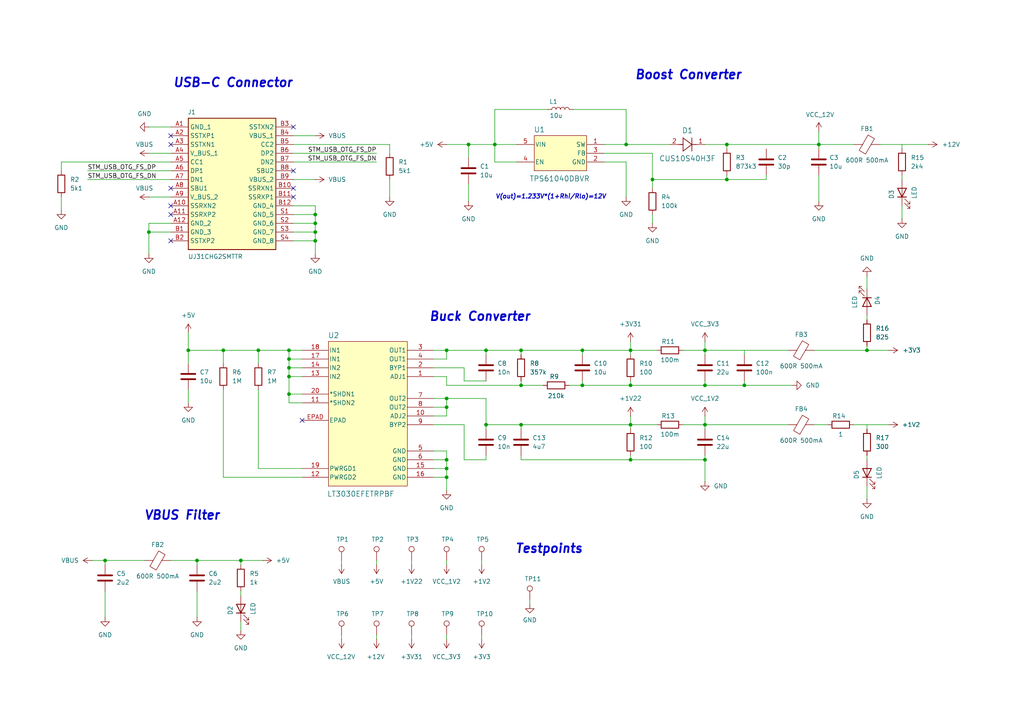
<source format=kicad_sch>
(kicad_sch (version 20250114) (generator "eeschema") (generator_version "9.0")
  (paper "A4")
  (lib_symbols
    (symbol "Connector:TestPoint" (pin_numbers (hide yes)) (pin_names (offset 0.762) (hide yes))
      (property "Reference" "TP" (at 0 6.858 0))
      (property "Value" "TestPoint" (at 0 5.08 0))
      (symbol "TestPoint_0_1"
        (circle (center 0 3.302) (radius 0.762))
      )
      (symbol "TestPoint_1_1"
        (pin passive line (at 0 0 90) (length 2.54) (name "1") (number "1"))
      )
    )
    (symbol "Custom:CUS10S40H3F" (pin_names (offset 0.254))
      (property "Reference" "D" (at 5.08 4.445 0))
      (property "Value" "CUS10S40H3F" (at 5.08 -3.81 0))
      (symbol "CUS10S40H3F_1_1"
        (polyline (pts (xy 2.54 0) (xy 3.4798 0)) (stroke (width 0.2032)))
        (polyline (pts (xy 3.175 0) (xy 3.81 0)) (stroke (width 0.2032)))
        (polyline (pts (xy 3.81 1.905) (xy 3.81 -1.905)) (stroke (width 0.2032)))
        (polyline (pts (xy 3.81 -1.905) (xy 6.35 0)) (stroke (width 0.2032)))
        (polyline (pts (xy 6.35 0) (xy 3.81 1.905)) (stroke (width 0.2032)))
        (polyline (pts (xy 6.35 0) (xy 7.62 0)) (stroke (width 0.2032)))
        (polyline (pts (xy 6.35 -1.905) (xy 6.35 1.905)) (stroke (width 0.2032)))
        (pin unspecified line (at 0 0 0) (length 2.54) (name "") (number "2"))
        (pin unspecified line (at 10.16 0 180) (length 2.54) (name "") (number "1"))
      )
      (symbol "CUS10S40H3F_1_2"
        (polyline (pts (xy -1.905 3.81) (xy 1.905 3.81)) (stroke (width 0.2032)))
        (polyline (pts (xy 0 6.35) (xy -1.905 3.81)) (stroke (width 0.2032)))
        (polyline (pts (xy 0 6.35) (xy 0 7.62)) (stroke (width 0.2032)))
        (polyline (pts (xy 0 3.175) (xy 0 3.81)) (stroke (width 0.2032)))
        (polyline (pts (xy 0 2.54) (xy 0 3.4798)) (stroke (width 0.2032)))
        (polyline (pts (xy 1.905 6.35) (xy -1.905 6.35)) (stroke (width 0.2032)))
        (polyline (pts (xy 1.905 3.81) (xy 0 6.35)) (stroke (width 0.2032)))
        (pin unspecified line (at 0 10.16 270) (length 2.54) (name "") (number "1"))
        (pin unspecified line (at 0 0 90) (length 2.54) (name "") (number "2"))
      )
    )
    (symbol "Custom:LT3030EFETRPBF" (pin_names (offset 0.254))
      (property "Reference" "U" (at 8.89 5.588 0))
      (property "Value" "LT3030EFETRPBF" (at 18.542 -41.656 0))
      (symbol "LT3030EFETRPBF_1_1"
        (rectangle (start 7.62 3.81) (end 30.48 -38.1) (fill (type background)))
        (pin input line (at 0 1.27 0) (length 7.62) (name "IN1") (number "18"))
        (pin input line (at 0 -1.27 0) (length 7.62) (name "IN1") (number "17"))
        (pin input line (at 0 -3.81 0) (length 7.62) (name "IN2") (number "14"))
        (pin input line (at 0 -6.35 0) (length 7.62) (name "IN2") (number "13"))
        (pin output line (at 0 -11.43 0) (length 7.62) (name "*SHDN1") (number "20"))
        (pin output line (at 0 -13.97 0) (length 7.62) (name "*SHDN2") (number "11"))
        (pin unspecified line (at 0 -19.05 0) (length 7.62) (name "EPAD") (number "EPAD"))
        (pin power_in line (at 0 -33.02 0) (length 7.62) (name "PWRGD1") (number "19"))
        (pin power_in line (at 0 -35.56 0) (length 7.62) (name "PWRGD2") (number "12"))
        (pin output line (at 38.1 1.27 180) (length 7.62) (name "OUT1") (number "3"))
        (pin output line (at 38.1 -1.27 180) (length 7.62) (name "OUT1") (number "4"))
        (pin unspecified line (at 38.1 -3.81 180) (length 7.62) (name "BYP1") (number "2"))
        (pin input line (at 38.1 -6.35 180) (length 7.62) (name "ADJ1") (number "1"))
        (pin output line (at 38.1 -12.7 180) (length 7.62) (name "OUT2") (number "7"))
        (pin output line (at 38.1 -15.24 180) (length 7.62) (name "OUT2") (number "8"))
        (pin input line (at 38.1 -17.78 180) (length 7.62) (name "ADJ2") (number "10"))
        (pin unspecified line (at 38.1 -20.32 180) (length 7.62) (name "BYP2") (number "9"))
        (pin power_in line (at 38.1 -27.94 180) (length 7.62) (name "GND") (number "5"))
        (pin power_in line (at 38.1 -30.48 180) (length 7.62) (name "GND") (number "6"))
        (pin power_in line (at 38.1 -33.02 180) (length 7.62) (name "GND") (number "15"))
        (pin power_in line (at 38.1 -35.56 180) (length 7.62) (name "GND") (number "16"))
      )
    )
    (symbol "Custom:TPS61040DBVR" (pin_names (offset 0.254))
      (property "Reference" "U" (at -11.684 16.002 0))
      (property "Value" "TPS61040DBVR" (at -5.08 1.524 0))
      (symbol "TPS61040DBVR_0_1"
        (pin power_in line (at -17.78 11.43 0) (length 5.08) (name "VIN") (number "5"))
        (pin input line (at -17.78 6.35 0) (length 5.08) (name "EN") (number "4"))
        (pin power_in line (at 7.62 11.43 180) (length 5.08) (name "SW") (number "1"))
        (pin input line (at 7.62 8.89 180) (length 5.08) (name "FB") (number "3"))
        (pin power_in line (at 7.62 6.35 180) (length 5.08) (name "GND") (number "2"))
      )
      (symbol "TPS61040DBVR_1_1"
        (rectangle (start -12.7 13.97) (end 2.54 3.81) (fill (type background)))
      )
    )
    (symbol "Custom:UJ31CHG2SMTTR"
      (property "Reference" "J" (at 5.334 5.08 0))
      (property "Value" "UJ31CHG2SMTTR" (at 4.826 -36.83 0))
      (symbol "UJ31CHG2SMTTR_1_1"
        (rectangle (start 5.08 2.54) (end 30.48 -35.56) (stroke (width 0.254)) (fill (type background)))
        (pin passive line (at 0 0 0) (length 5.08) (name "GND_1") (number "A1"))
        (pin passive line (at 0 -2.54 0) (length 5.08) (name "SSTXP1") (number "A2"))
        (pin passive line (at 0 -5.08 0) (length 5.08) (name "SSTXN1") (number "A3"))
        (pin passive line (at 0 -7.62 0) (length 5.08) (name "V_BUS_1") (number "A4"))
        (pin passive line (at 0 -10.16 0) (length 5.08) (name "CC1") (number "A5"))
        (pin passive line (at 0 -12.7 0) (length 5.08) (name "DP1") (number "A6"))
        (pin passive line (at 0 -15.24 0) (length 5.08) (name "DN1") (number "A7"))
        (pin passive line (at 0 -17.78 0) (length 5.08) (name "SBU1") (number "A8"))
        (pin passive line (at 0 -20.32 0) (length 5.08) (name "V_BUS_2") (number "A9"))
        (pin passive line (at 0 -22.86 0) (length 5.08) (name "SSRXN2") (number "A10"))
        (pin passive line (at 0 -25.4 0) (length 5.08) (name "SSRXP2") (number "A11"))
        (pin passive line (at 0 -27.94 0) (length 5.08) (name "GND_2") (number "A12"))
        (pin passive line (at 0 -30.48 0) (length 5.08) (name "GND_3") (number "B1"))
        (pin passive line (at 0 -33.02 0) (length 5.08) (name "SSTXP2") (number "B2"))
        (pin passive line (at 35.56 0 180) (length 5.08) (name "SSTXN2") (number "B3"))
        (pin passive line (at 35.56 -2.54 180) (length 5.08) (name "VBUS_1") (number "B4"))
        (pin passive line (at 35.56 -5.08 180) (length 5.08) (name "CC2") (number "B5"))
        (pin passive line (at 35.56 -7.62 180) (length 5.08) (name "DP2") (number "B6"))
        (pin passive line (at 35.56 -10.16 180) (length 5.08) (name "DN2") (number "B7"))
        (pin passive line (at 35.56 -12.7 180) (length 5.08) (name "SBU2") (number "B8"))
        (pin passive line (at 35.56 -15.24 180) (length 5.08) (name "VBUS_2") (number "B9"))
        (pin passive line (at 35.56 -17.78 180) (length 5.08) (name "SSRXN1") (number "B10"))
        (pin passive line (at 35.56 -20.32 180) (length 5.08) (name "SSRXP1") (number "B11"))
        (pin passive line (at 35.56 -22.86 180) (length 5.08) (name "GND_4") (number "B12"))
        (pin passive line (at 35.56 -25.4 180) (length 5.08) (name "GND_5") (number "S1"))
        (pin passive line (at 35.56 -27.94 180) (length 5.08) (name "GND_6") (number "S2"))
        (pin passive line (at 35.56 -30.48 180) (length 5.08) (name "GND_7") (number "S3"))
        (pin passive line (at 35.56 -33.02 180) (length 5.08) (name "GND_8") (number "S4"))
      )
    )
    (symbol "Device:C" (pin_numbers (hide yes)) (pin_names (offset 0.254))
      (property "Reference" "C" (at 0.635 2.54 0))
      (property "Value" "C" (at 0.635 -2.54 0))
      (symbol "C_0_1"
        (polyline (pts (xy -2.032 0.762) (xy 2.032 0.762)) (stroke (width 0.508)))
        (polyline (pts (xy -2.032 -0.762) (xy 2.032 -0.762)) (stroke (width 0.508)))
      )
      (symbol "C_1_1"
        (pin passive line (at 0 3.81 270) (length 2.794) (name "~") (number "1"))
        (pin passive line (at 0 -3.81 90) (length 2.794) (name "~") (number "2"))
      )
    )
    (symbol "Device:FerriteBead" (pin_numbers (hide yes)) (pin_names (offset 0))
      (property "Reference" "FB" (at -3.81 0.635 90))
      (property "Value" "FerriteBead" (at 3.81 0 90))
      (symbol "FerriteBead_0_1"
        (polyline (pts (xy -2.7686 0.4064) (xy -1.7018 2.2606) (xy 2.7686 -0.3048) (xy 1.6764 -2.159) (xy -2.7686 0.4064)))
        (polyline (pts (xy 0 1.27) (xy 0 1.2954)))
        (polyline (pts (xy 0 -1.27) (xy 0 -1.2192)))
      )
      (symbol "FerriteBead_1_1"
        (pin passive line (at 0 3.81 270) (length 2.54) (name "~") (number "1"))
        (pin passive line (at 0 -3.81 90) (length 2.54) (name "~") (number "2"))
      )
    )
    (symbol "Device:L" (pin_numbers (hide yes)) (pin_names (offset 1.016) (hide yes))
      (property "Reference" "L" (at -1.27 0 90))
      (property "Value" "L" (at 1.905 0 90))
      (symbol "L_0_1"
        (arc (start 0 2.54) (mid 0.6323 1.905) (end 0 1.27))
        (arc (start 0 1.27) (mid 0.6323 0.635) (end 0 0))
        (arc (start 0 0) (mid 0.6323 -0.635) (end 0 -1.27))
        (arc (start 0 -1.27) (mid 0.6323 -1.905) (end 0 -2.54))
      )
      (symbol "L_1_1"
        (pin passive line (at 0 3.81 270) (length 1.27) (name "1") (number "1"))
        (pin passive line (at 0 -3.81 90) (length 1.27) (name "2") (number "2"))
      )
    )
    (symbol "Device:LED" (pin_numbers (hide yes)) (pin_names (offset 1.016) (hide yes))
      (property "Reference" "D" (at 0 2.54 0))
      (property "Value" "LED" (at 0 -2.54 0))
      (symbol "LED_0_1"
        (polyline (pts (xy -3.048 -0.762) (xy -4.572 -2.286) (xy -3.81 -2.286) (xy -4.572 -2.286) (xy -4.572 -1.524)))
        (polyline (pts (xy -1.778 -0.762) (xy -3.302 -2.286) (xy -2.54 -2.286) (xy -3.302 -2.286) (xy -3.302 -1.524)))
        (polyline (pts (xy -1.27 0) (xy 1.27 0)))
        (polyline (pts (xy -1.27 -1.27) (xy -1.27 1.27)) (stroke (width 0.254)))
        (polyline (pts (xy 1.27 -1.27) (xy 1.27 1.27) (xy -1.27 0) (xy 1.27 -1.27)) (stroke (width 0.254)))
      )
      (symbol "LED_1_1"
        (pin passive line (at -3.81 0 0) (length 2.54) (name "K") (number "1"))
        (pin passive line (at 3.81 0 180) (length 2.54) (name "A") (number "2"))
      )
    )
    (symbol "Device:R" (pin_numbers (hide yes)) (pin_names (offset 0))
      (property "Reference" "R" (at 2.032 0 90))
      (property "Value" "R" (at 0 0 90))
      (symbol "R_0_1"
        (rectangle (start -1.016 -2.54) (end 1.016 2.54) (stroke (width 0.254)))
      )
      (symbol "R_1_1"
        (pin passive line (at 0 3.81 270) (length 1.27) (name "~") (number "1"))
        (pin passive line (at 0 -3.81 90) (length 1.27) (name "~") (number "2"))
      )
    )
    (symbol "power:+5V" (power) (pin_numbers (hide yes)) (pin_names (offset 0) (hide yes))
      (property "Value" "+5V" (at 0 3.556 0))
      (symbol "+5V_0_1"
        (polyline (pts (xy -0.762 1.27) (xy 0 2.54)))
        (polyline (pts (xy 0 2.54) (xy 0.762 1.27)))
        (polyline (pts (xy 0 0) (xy 0 2.54)))
      )
      (symbol "+5V_1_1"
        (pin power_in line (at 0 0 90) (length 0) (name "~") (number "1"))
      )
    )
    (symbol "power:GND" (power) (pin_numbers (hide yes)) (pin_names (offset 0) (hide yes))
      (property "Value" "GND" (at 0 -3.81 0))
      (symbol "GND_0_1"
        (polyline (pts (xy 0 0) (xy 0 -1.27) (xy 1.27 -1.27) (xy 0 -2.54) (xy -1.27 -1.27) (xy 0 -1.27)))
      )
      (symbol "GND_1_1"
        (pin power_in line (at 0 0 270) (length 0) (name "~") (number "1"))
      )
    )
  )
  (text "Boost Converter" (at 199.644 21.844 0) (effects (font (size 2.54 2.54) (thickness 0.508) (bold yes) (italic yes))))
  (text "VBUS Filter" (at 52.832 149.606 0) (effects (font (size 2.54 2.54) (thickness 0.508) (bold yes) (italic yes))))
  (text "Buck Converter" (at 139.192 91.948 0) (effects (font (size 2.54 2.54) (thickness 0.508) (bold yes) (italic yes))))
  (text "V(out)=1.233V*(1+Rhi/Rlo)=12V" (at 159.766 57.15 0) (effects (font (size 1.27 1.27) (thickness 0.254) (bold yes) (italic yes))))
  (text "USB-C Connector" (at 67.564 24.13 0) (effects (font (size 2.54 2.54) (thickness 0.508) (bold yes) (italic yes))))
  (text "Testpoints" (at 159.258 159.258 0) (effects (font (size 2.54 2.54) (thickness 0.508) (bold yes) (italic yes))))
  (junction (at 83.82 109.22))
  (junction (at 54.61 101.6))
  (junction (at 57.15 162.56))
  (junction (at 83.82 106.68))
  (junction (at 30.48 162.56))
  (junction (at 129.54 101.6))
  (junction (at 69.85 162.56))
  (junction (at 91.44 69.85))
  (junction (at 182.88 133.35))
  (junction (at 83.82 114.3))
  (junction (at 91.44 62.23))
  (junction (at 151.13 111.76))
  (junction (at 91.44 67.31))
  (junction (at 181.61 41.91))
  (junction (at 140.97 101.6))
  (junction (at 151.13 123.19))
  (junction (at 215.9 111.76))
  (junction (at 83.82 104.14))
  (junction (at 204.47 101.6))
  (junction (at 168.91 111.76))
  (junction (at 140.97 123.19))
  (junction (at 182.88 123.19))
  (junction (at 135.89 41.91))
  (junction (at 204.47 123.19))
  (junction (at 237.49 41.91))
  (junction (at 182.88 111.76))
  (junction (at 74.93 101.6))
  (junction (at 151.13 101.6))
  (junction (at 129.54 115.57))
  (junction (at 182.88 101.6))
  (junction (at 204.47 133.35))
  (junction (at 189.23 52.07))
  (junction (at 251.46 101.6))
  (junction (at 129.54 118.11))
  (junction (at 143.51 41.91))
  (junction (at 129.54 133.35))
  (junction (at 129.54 135.89))
  (junction (at 64.77 101.6))
  (junction (at 204.47 111.76))
  (junction (at 210.82 41.91))
  (junction (at 43.18 67.31))
  (junction (at 168.91 101.6))
  (junction (at 129.54 138.43))
  (junction (at 210.82 52.07))
  (junction (at 91.44 64.77))
  (junction (at 83.82 101.6))
  (no_connect (at 49.53 41.91))
  (no_connect (at 85.09 54.61))
  (no_connect (at 49.53 39.37))
  (no_connect (at 49.53 54.61))
  (no_connect (at 85.09 57.15))
  (no_connect (at 49.53 62.23))
  (no_connect (at 85.09 36.83))
  (no_connect (at 49.53 59.69))
  (no_connect (at 85.09 49.53))
  (no_connect (at 49.53 69.85))
  (no_connect (at 87.63 121.92))
  (wire (pts (xy 204.47 110.49) (xy 204.47 111.76)))
  (wire (pts (xy 168.91 101.6) (xy 182.88 101.6)))
  (wire (pts (xy 129.54 135.89) (xy 129.54 138.43)))
  (wire (pts (xy 182.88 110.49) (xy 182.88 111.76)))
  (wire (pts (xy 85.09 39.37) (xy 91.44 39.37)))
  (wire (pts (xy 204.47 123.19) (xy 228.6 123.19)))
  (wire (pts (xy 251.46 100.33) (xy 251.46 101.6)))
  (wire (pts (xy 143.51 41.91) (xy 149.86 41.91)))
  (wire (pts (xy 85.09 69.85) (xy 91.44 69.85)))
  (wire (pts (xy 140.97 123.19) (xy 140.97 115.57)))
  (wire (pts (xy 236.22 123.19) (xy 240.03 123.19)))
  (wire (pts (xy 151.13 102.87) (xy 151.13 101.6)))
  (wire (pts (xy 113.03 52.07) (xy 113.03 57.15)))
  (wire (pts (xy 175.26 41.91) (xy 181.61 41.91)))
  (wire (pts (xy 182.88 102.87) (xy 182.88 101.6)))
  (wire (pts (xy 166.37 31.75) (xy 181.61 31.75)))
  (wire (pts (xy 237.49 43.18) (xy 237.49 41.91)))
  (wire (pts (xy 261.62 59.69) (xy 261.62 63.5)))
  (wire (pts (xy 237.49 41.91) (xy 247.65 41.91)))
  (wire (pts (xy 125.73 106.68) (xy 134.62 106.68)))
  (wire (pts (xy 215.9 111.76) (xy 204.47 111.76)))
  (wire (pts (xy 17.78 49.53) (xy 17.78 46.99)))
  (wire (pts (xy 85.09 44.45) (xy 109.22 44.45)))
  (wire (pts (xy 109.22 162.56) (xy 109.22 163.83)))
  (wire (pts (xy 204.47 101.6) (xy 228.6 101.6)))
  (wire (pts (xy 129.54 162.56) (xy 129.54 163.83)))
  (wire (pts (xy 129.54 118.11) (xy 125.73 118.11)))
  (wire (pts (xy 255.27 41.91) (xy 269.24 41.91)))
  (wire (pts (xy 204.47 123.19) (xy 198.12 123.19)))
  (wire (pts (xy 129.54 101.6) (xy 125.73 101.6)))
  (wire (pts (xy 87.63 104.14) (xy 83.82 104.14)))
  (wire (pts (xy 25.4 49.53) (xy 49.53 49.53)))
  (wire (pts (xy 151.13 101.6) (xy 168.91 101.6)))
  (wire (pts (xy 129.54 130.81) (xy 129.54 133.35)))
  (wire (pts (xy 204.47 111.76) (xy 182.88 111.76)))
  (wire (pts (xy 85.09 59.69) (xy 91.44 59.69)))
  (wire (pts (xy 129.54 138.43) (xy 129.54 142.24)))
  (wire (pts (xy 151.13 123.19) (xy 182.88 123.19)))
  (wire (pts (xy 204.47 101.6) (xy 198.12 101.6)))
  (wire (pts (xy 30.48 162.56) (xy 30.48 163.83)))
  (wire (pts (xy 149.86 46.99) (xy 143.51 46.99)))
  (wire (pts (xy 236.22 101.6) (xy 251.46 101.6)))
  (wire (pts (xy 143.51 46.99) (xy 143.51 41.91)))
  (wire (pts (xy 49.53 57.15) (xy 43.18 57.15)))
  (wire (pts (xy 251.46 101.6) (xy 257.81 101.6)))
  (wire (pts (xy 140.97 133.35) (xy 140.97 132.08)))
  (wire (pts (xy 129.54 41.91) (xy 135.89 41.91)))
  (wire (pts (xy 49.53 162.56) (xy 57.15 162.56)))
  (wire (pts (xy 87.63 135.89) (xy 74.93 135.89)))
  (wire (pts (xy 74.93 135.89) (xy 74.93 113.03)))
  (wire (pts (xy 85.09 67.31) (xy 91.44 67.31)))
  (wire (pts (xy 91.44 64.77) (xy 91.44 67.31)))
  (wire (pts (xy 140.97 123.19) (xy 151.13 123.19)))
  (wire (pts (xy 215.9 102.87) (xy 215.9 101.6)))
  (wire (pts (xy 182.88 99.06) (xy 182.88 101.6)))
  (wire (pts (xy 30.48 162.56) (xy 41.91 162.56)))
  (wire (pts (xy 143.51 31.75) (xy 143.51 41.91)))
  (wire (pts (xy 182.88 133.35) (xy 182.88 132.08)))
  (wire (pts (xy 135.89 41.91) (xy 135.89 45.72)))
  (wire (pts (xy 182.88 120.65) (xy 182.88 123.19)))
  (wire (pts (xy 129.54 109.22) (xy 129.54 111.76)))
  (wire (pts (xy 215.9 110.49) (xy 215.9 111.76)))
  (wire (pts (xy 129.54 184.15) (xy 129.54 185.42)))
  (wire (pts (xy 30.48 171.45) (xy 30.48 179.07)))
  (wire (pts (xy 210.82 52.07) (xy 222.25 52.07)))
  (wire (pts (xy 17.78 46.99) (xy 49.53 46.99)))
  (wire (pts (xy 247.65 123.19) (xy 257.81 123.19)))
  (wire (pts (xy 87.63 106.68) (xy 83.82 106.68)))
  (wire (pts (xy 57.15 162.56) (xy 57.15 163.83)))
  (wire (pts (xy 83.82 101.6) (xy 87.63 101.6)))
  (wire (pts (xy 168.91 111.76) (xy 168.91 110.49)))
  (wire (pts (xy 189.23 52.07) (xy 189.23 54.61)))
  (wire (pts (xy 175.26 44.45) (xy 189.23 44.45)))
  (wire (pts (xy 175.26 46.99) (xy 181.61 46.99)))
  (wire (pts (xy 204.47 132.08) (xy 204.47 133.35)))
  (wire (pts (xy 181.61 31.75) (xy 181.61 41.91)))
  (wire (pts (xy 54.61 113.03) (xy 54.61 116.84)))
  (wire (pts (xy 125.73 123.19) (xy 134.62 123.19)))
  (wire (pts (xy 158.75 31.75) (xy 143.51 31.75)))
  (wire (pts (xy 85.09 64.77) (xy 91.44 64.77)))
  (wire (pts (xy 91.44 59.69) (xy 91.44 62.23)))
  (wire (pts (xy 57.15 171.45) (xy 57.15 179.07)))
  (wire (pts (xy 43.18 67.31) (xy 49.53 67.31)))
  (wire (pts (xy 151.13 123.19) (xy 151.13 124.46)))
  (wire (pts (xy 181.61 46.99) (xy 181.61 57.15)))
  (wire (pts (xy 153.67 173.99) (xy 153.67 175.26)))
  (wire (pts (xy 83.82 104.14) (xy 83.82 101.6)))
  (wire (pts (xy 204.47 41.91) (xy 210.82 41.91)))
  (wire (pts (xy 85.09 62.23) (xy 91.44 62.23)))
  (wire (pts (xy 168.91 101.6) (xy 168.91 102.87)))
  (wire (pts (xy 99.06 184.15) (xy 99.06 185.42)))
  (wire (pts (xy 204.47 139.7) (xy 204.47 133.35)))
  (wire (pts (xy 125.73 138.43) (xy 129.54 138.43)))
  (wire (pts (xy 139.7 162.56) (xy 139.7 163.83)))
  (wire (pts (xy 129.54 111.76) (xy 151.13 111.76)))
  (wire (pts (xy 134.62 133.35) (xy 140.97 133.35)))
  (wire (pts (xy 74.93 101.6) (xy 74.93 105.41)))
  (wire (pts (xy 210.82 52.07) (xy 210.82 50.8)))
  (wire (pts (xy 69.85 162.56) (xy 69.85 163.83)))
  (wire (pts (xy 134.62 133.35) (xy 134.62 123.19)))
  (wire (pts (xy 140.97 101.6) (xy 129.54 101.6)))
  (wire (pts (xy 43.18 64.77) (xy 49.53 64.77)))
  (wire (pts (xy 109.22 184.15) (xy 109.22 185.42)))
  (wire (pts (xy 261.62 41.91) (xy 261.62 43.18)))
  (wire (pts (xy 83.82 114.3) (xy 83.82 109.22)))
  (wire (pts (xy 125.73 109.22) (xy 129.54 109.22)))
  (wire (pts (xy 69.85 171.45) (xy 69.85 172.72)))
  (wire (pts (xy 125.73 104.14) (xy 129.54 104.14)))
  (wire (pts (xy 125.73 120.65) (xy 129.54 120.65)))
  (wire (pts (xy 57.15 162.56) (xy 69.85 162.56)))
  (wire (pts (xy 204.47 124.46) (xy 204.47 123.19)))
  (wire (pts (xy 182.88 123.19) (xy 182.88 124.46)))
  (wire (pts (xy 134.62 106.68) (xy 134.62 110.49)))
  (wire (pts (xy 87.63 114.3) (xy 83.82 114.3)))
  (wire (pts (xy 83.82 106.68) (xy 83.82 104.14)))
  (wire (pts (xy 261.62 50.8) (xy 261.62 52.07)))
  (wire (pts (xy 129.54 133.35) (xy 129.54 135.89)))
  (wire (pts (xy 43.18 64.77) (xy 43.18 67.31)))
  (wire (pts (xy 204.47 133.35) (xy 182.88 133.35)))
  (wire (pts (xy 151.13 133.35) (xy 151.13 132.08)))
  (wire (pts (xy 119.38 184.15) (xy 119.38 185.42)))
  (wire (pts (xy 54.61 101.6) (xy 64.77 101.6)))
  (wire (pts (xy 91.44 69.85) (xy 91.44 73.66)))
  (wire (pts (xy 134.62 110.49) (xy 140.97 110.49)))
  (wire (pts (xy 74.93 101.6) (xy 83.82 101.6)))
  (wire (pts (xy 140.97 102.87) (xy 140.97 101.6)))
  (wire (pts (xy 135.89 53.34) (xy 135.89 58.42)))
  (wire (pts (xy 139.7 184.15) (xy 139.7 185.42)))
  (wire (pts (xy 43.18 67.31) (xy 43.18 73.66)))
  (wire (pts (xy 17.78 57.15) (xy 17.78 60.96)))
  (wire (pts (xy 229.87 111.76) (xy 215.9 111.76)))
  (wire (pts (xy 91.44 67.31) (xy 91.44 69.85)))
  (wire (pts (xy 222.25 50.8) (xy 222.25 52.07)))
  (wire (pts (xy 43.18 36.83) (xy 49.53 36.83)))
  (wire (pts (xy 165.1 111.76) (xy 168.91 111.76)))
  (wire (pts (xy 251.46 83.82) (xy 251.46 80.01)))
  (wire (pts (xy 168.91 111.76) (xy 182.88 111.76)))
  (wire (pts (xy 182.88 123.19) (xy 190.5 123.19)))
  (wire (pts (xy 125.73 130.81) (xy 129.54 130.81)))
  (wire (pts (xy 129.54 118.11) (xy 129.54 115.57)))
  (wire (pts (xy 210.82 41.91) (xy 237.49 41.91)))
  (wire (pts (xy 125.73 133.35) (xy 129.54 133.35)))
  (wire (pts (xy 87.63 138.43) (xy 64.77 138.43)))
  (wire (pts (xy 91.44 62.23) (xy 91.44 64.77)))
  (wire (pts (xy 69.85 162.56) (xy 76.2 162.56)))
  (wire (pts (xy 189.23 44.45) (xy 189.23 52.07)))
  (wire (pts (xy 210.82 41.91) (xy 210.82 43.18)))
  (wire (pts (xy 189.23 62.23) (xy 189.23 64.77)))
  (wire (pts (xy 125.73 115.57) (xy 129.54 115.57)))
  (wire (pts (xy 119.38 162.56) (xy 119.38 163.83)))
  (wire (pts (xy 204.47 102.87) (xy 204.47 101.6)))
  (wire (pts (xy 113.03 41.91) (xy 113.03 44.45)))
  (wire (pts (xy 43.18 44.45) (xy 49.53 44.45)))
  (wire (pts (xy 204.47 120.65) (xy 204.47 123.19)))
  (wire (pts (xy 151.13 111.76) (xy 157.48 111.76)))
  (wire (pts (xy 64.77 101.6) (xy 74.93 101.6)))
  (wire (pts (xy 181.61 41.91) (xy 194.31 41.91)))
  (wire (pts (xy 99.06 162.56) (xy 99.06 163.83)))
  (wire (pts (xy 85.09 46.99) (xy 109.22 46.99)))
  (wire (pts (xy 151.13 133.35) (xy 182.88 133.35)))
  (wire (pts (xy 251.46 132.08) (xy 251.46 133.35)))
  (wire (pts (xy 182.88 101.6) (xy 190.5 101.6)))
  (wire (pts (xy 140.97 101.6) (xy 151.13 101.6)))
  (wire (pts (xy 83.82 109.22) (xy 83.82 106.68)))
  (wire (pts (xy 64.77 101.6) (xy 64.77 105.41)))
  (wire (pts (xy 237.49 38.1) (xy 237.49 41.91)))
  (wire (pts (xy 87.63 109.22) (xy 83.82 109.22)))
  (wire (pts (xy 204.47 99.06) (xy 204.47 101.6)))
  (wire (pts (xy 251.46 92.71) (xy 251.46 91.44)))
  (wire (pts (xy 125.73 135.89) (xy 129.54 135.89)))
  (wire (pts (xy 69.85 180.34) (xy 69.85 182.88)))
  (wire (pts (xy 129.54 104.14) (xy 129.54 101.6)))
  (wire (pts (xy 54.61 101.6) (xy 54.61 105.41)))
  (wire (pts (xy 189.23 52.07) (xy 210.82 52.07)))
  (wire (pts (xy 54.61 96.52) (xy 54.61 101.6)))
  (wire (pts (xy 251.46 140.97) (xy 251.46 144.78)))
  (wire (pts (xy 83.82 116.84) (xy 83.82 114.3)))
  (wire (pts (xy 129.54 120.65) (xy 129.54 118.11)))
  (wire (pts (xy 26.67 162.56) (xy 30.48 162.56)))
  (wire (pts (xy 85.09 52.07) (xy 91.44 52.07)))
  (wire (pts (xy 64.77 138.43) (xy 64.77 113.03)))
  (wire (pts (xy 151.13 111.76) (xy 151.13 110.49)))
  (wire (pts (xy 25.4 52.07) (xy 49.53 52.07)))
  (wire (pts (xy 237.49 50.8) (xy 237.49 58.42)))
  (wire (pts (xy 140.97 115.57) (xy 129.54 115.57)))
  (wire (pts (xy 140.97 124.46) (xy 140.97 123.19)))
  (wire (pts (xy 135.89 41.91) (xy 143.51 41.91)))
  (wire (pts (xy 85.09 41.91) (xy 113.03 41.91)))
  (wire (pts (xy 251.46 123.19) (xy 251.46 124.46)))
  (wire (pts (xy 87.63 116.84) (xy 83.82 116.84)))
  (label "STM_USB_OTG_FS_DN" (at 25.4 52.07 0))
  (label "STM_USB_OTG_FS_DP" (at 109.22 44.45 180))
  (label "STM_USB_OTG_FS_DP" (at 25.4 49.53 0))
  (label "STM_USB_OTG_FS_DN" (at 109.22 46.99 180))
  (symbol (lib_id "Device:R") (at 182.88 106.68 180) (unit 1)
    (property "Reference" "R10" (at 185.42 105.4099 0) (effects (justify right)))
    (property "Value" "100" (at 185.42 107.9499 0) (effects (justify right)))
    (property "Description" "Resistor" (effects (hide yes)))
  )
  (symbol (lib_id "power:GND") (at 181.61 57.15 0) (unit 1)
    (property "Reference" "#PWR010" (effects (hide yes)))
    (property "Value" "GND" (at 181.61 62.23 0))
    (property "Description" "Power symbol creates a global label with name \"GND\" , ground" (effects (hide yes)))
  )
  (symbol (lib_id "Device:R") (at 182.88 128.27 180) (unit 1)
    (property "Reference" "R12" (at 185.42 126.9999 0) (effects (justify right)))
    (property "Value" "100" (at 185.42 129.5399 0) (effects (justify right)))
    (property "Description" "Resistor" (effects (hide yes)))
  )
  (symbol (lib_id "Device:L") (at 162.56 31.75 90) (unit 1)
    (property "Reference" "L1" (at 160.528 29.464 90))
    (property "Value" "10u" (at 161.29 33.528 90))
    (property "Description" "Inductor" (effects (hide yes)))
  )
  (symbol (lib_id "power:GND") (at 204.47 139.7 0) (unit 1)
    (property "Reference" "#PWR025" (effects (hide yes)))
    (property "Value" "GND" (at 207.01 140.9699 0) (effects (justify left)))
    (property "Description" "Power symbol creates a global label with name \"GND\" , ground" (effects (hide yes)))
  )
  (symbol (lib_id "power:+5V") (at 269.24 41.91 270) (unit 1)
    (property "Reference" "#PWR030" (effects (hide yes)))
    (property "Value" "+12V" (at 275.844 41.91 90))
    (property "Description" "Power symbol creates a global label with name \"+5V\"" (effects (hide yes)))
  )
  (symbol (lib_id "Device:R") (at 261.62 46.99 180) (unit 1)
    (property "Reference" "R15" (at 264.16 45.7199 0) (effects (justify right)))
    (property "Value" "2k4" (at 264.16 48.2599 0) (effects (justify right)))
    (property "Description" "Resistor" (effects (hide yes)))
  )
  (symbol (lib_id "power:+5V") (at 43.18 44.45 90) (unit 1)
    (property "Reference" "#PWR01" (effects (hide yes)))
    (property "Value" "VBUS" (at 41.91 41.91 90))
    (property "Description" "Power symbol creates a global label with name \"+5V\"" (effects (hide yes)))
  )
  (symbol (lib_id "Device:R") (at 194.31 123.19 270) (unit 1)
    (property "Reference" "R13" (at 193.802 120.65 90))
    (property "Value" "100m" (at 194.31 125.984 90))
    (property "Description" "Resistor" (effects (hide yes)))
  )
  (symbol (lib_id "power:GND") (at 91.44 73.66 0) (unit 1)
    (property "Reference" "#PWR03" (effects (hide yes)))
    (property "Value" "GND" (at 91.44 78.74 0))
    (property "Description" "Power symbol creates a global label with name \"GND\" , ground" (effects (hide yes)))
  )
  (symbol (lib_id "power:+5V") (at 237.49 38.1 0) (unit 1)
    (property "Reference" "#PWR015" (effects (hide yes)))
    (property "Value" "VCC_12V" (at 233.68 33.274 0) (effects (justify left)))
    (property "Description" "Power symbol creates a global label with name \"+5V\"" (effects (hide yes)))
  )
  (symbol (lib_id "Device:R") (at 17.78 53.34 0) (unit 1)
    (property "Reference" "R2" (at 20.32 52.0699 0) (effects (justify left)))
    (property "Value" "5k1" (at 20.32 54.6099 0) (effects (justify left)))
    (property "Description" "Resistor" (effects (hide yes)))
  )
  (symbol (lib_id "power:+5V") (at 109.22 185.42 180) (unit 1)
    (property "Reference" "#PWR086" (effects (hide yes)))
    (property "Value" "+12V" (at 108.966 190.5 0))
    (property "Description" "Power symbol creates a global label with name \"+5V\"" (effects (hide yes)))
  )
  (symbol (lib_id "power:+5V") (at 182.88 120.65 0) (unit 1)
    (property "Reference" "#PWR027" (effects (hide yes)))
    (property "Value" "+1V22" (at 182.88 115.57 0))
    (property "Description" "Power symbol creates a global label with name \"+5V\"" (effects (hide yes)))
  )
  (symbol (lib_id "power:GND") (at 54.61 116.84 0) (unit 1)
    (property "Reference" "#PWR020" (effects (hide yes)))
    (property "Value" "GND" (at 54.61 121.92 0))
    (property "Description" "Power symbol creates a global label with name \"GND\" , ground" (effects (hide yes)))
  )
  (symbol (lib_id "power:+5V") (at 54.61 96.52 0) (unit 1)
    (property "Reference" "#PWR021" (effects (hide yes)))
    (property "Value" "+5V" (at 54.61 91.44 0))
    (property "Description" "Power symbol creates a global label with name \"+5V\"" (effects (hide yes)))
  )
  (symbol (lib_id "Device:C") (at 237.49 46.99 0) (unit 1)
    (property "Reference" "C3" (at 240.538 45.72 0) (effects (justify left)))
    (property "Value" "10u" (at 240.538 48.26 0) (effects (justify left)))
    (property "Description" "Unpolarized capacitor" (effects (hide yes)))
  )
  (symbol (lib_id "Device:C") (at 140.97 106.68 0) (unit 1)
    (property "Reference" "C8" (at 144.272 105.41 0) (effects (justify left)))
    (property "Value" "10n" (at 144.272 107.95 0) (effects (justify left)))
    (property "Description" "Unpolarized capacitor" (effects (hide yes)))
  )
  (symbol (lib_id "Device:C") (at 135.89 49.53 0) (unit 1)
    (property "Reference" "C1" (at 139.192 48.26 0) (effects (justify left)))
    (property "Value" "10u" (at 139.192 50.8 0) (effects (justify left)))
    (property "Description" "Unpolarized capacitor" (effects (hide yes)))
  )
  (symbol (lib_id "power:+5V") (at 204.47 120.65 0) (unit 1)
    (property "Reference" "#PWR029" (effects (hide yes)))
    (property "Value" "VCC_1V2" (at 204.47 115.57 0))
    (property "Description" "Power symbol creates a global label with name \"+5V\"" (effects (hide yes)))
  )
  (symbol (lib_id "Device:R") (at 251.46 128.27 180) (unit 1)
    (property "Reference" "R17" (at 254 126.9999 0) (effects (justify right)))
    (property "Value" "300" (at 254 129.5399 0) (effects (justify right)))
    (property "Description" "Resistor" (effects (hide yes)))
  )
  (symbol (lib_id "power:GND") (at 43.18 36.83 270) (unit 1)
    (property "Reference" "#PWR02" (effects (hide yes)))
    (property "Value" "GND" (at 41.91 33.02 90))
    (property "Description" "Power symbol creates a global label with name \"GND\" , ground" (effects (hide yes)))
  )
  (symbol (lib_id "Connector:TestPoint") (at 99.06 162.56 0) (unit 1)
    (property "Reference" "TP1" (at 97.536 156.464 0) (effects (justify left)))
    (property "Value" "TestPoint" (effects (hide yes)))
    (property "Description" "test point" (effects (hide yes)))
  )
  (symbol (lib_id "Custom:TPS61040DBVR") (at 167.64 53.34 0) (unit 1)
    (property "Reference" "U1" (at 156.464 37.592 0) (effects (font (size 1.524 1.524))))
    (property "Value" "TPS61040DBVR" (at 162.306 51.816 0) (effects (font (size 1.524 1.524))))
    (property "Footprint" "Custom:TPS61040DBVR" (effects (hide yes)))
    (property "Datasheet" "https://www.ti.com/lit/gpn/tps61040" (effects (hide yes)))
  )
  (symbol (lib_id "power:GND") (at 189.23 64.77 0) (unit 1)
    (property "Reference" "#PWR013" (effects (hide yes)))
    (property "Value" "GND" (at 189.23 69.85 0))
    (property "Description" "Power symbol creates a global label with name \"GND\" , ground" (effects (hide yes)))
  )
  (symbol (lib_id "Device:LED") (at 261.62 55.88 90) (unit 1)
    (property "Reference" "D3" (at 258.572 56.388 0))
    (property "Value" "LED" (at 265.176 55.88 0))
    (property "Description" "Light emitting diode" (effects (hide yes)))
    (property "Sim.Pins" "1=K 2=A" (effects (hide yes)))
  )
  (symbol (lib_id "power:GND") (at 113.03 57.15 0) (unit 1)
    (property "Reference" "#PWR07" (effects (hide yes)))
    (property "Value" "GND" (at 113.03 62.23 0))
    (property "Description" "Power symbol creates a global label with name \"GND\" , ground" (effects (hide yes)))
  )
  (symbol (lib_id "Device:C") (at 168.91 106.68 0) (unit 1)
    (property "Reference" "C10" (at 172.212 105.41 0) (effects (justify left)))
    (property "Value" "10u" (at 172.212 107.95 0) (effects (justify left)))
    (property "Description" "Unpolarized capacitor" (effects (hide yes)))
  )
  (symbol (lib_id "power:+5V") (at 257.81 101.6 270) (unit 1)
    (property "Reference" "#PWR023" (effects (hide yes)))
    (property "Value" "+3V3" (at 264.414 101.6 90))
    (property "Description" "Power symbol creates a global label with name \"+5V\"" (effects (hide yes)))
  )
  (symbol (lib_id "power:GND") (at 153.67 175.26 0) (unit 1)
    (property "Reference" "#PWR037" (effects (hide yes)))
    (property "Value" "GND" (at 153.67 179.832 0))
    (property "Description" "Power symbol creates a global label with name \"GND\" , ground" (effects (hide yes)))
  )
  (symbol (lib_id "power:GND") (at 17.78 60.96 0) (unit 1)
    (property "Reference" "#PWR08" (effects (hide yes)))
    (property "Value" "GND" (at 17.78 66.04 0))
    (property "Description" "Power symbol creates a global label with name \"GND\" , ground" (effects (hide yes)))
  )
  (symbol (lib_id "Device:C") (at 140.97 128.27 0) (unit 1)
    (property "Reference" "C9" (at 144.272 127 0) (effects (justify left)))
    (property "Value" "10n" (at 144.272 129.54 0) (effects (justify left)))
    (property "Description" "Unpolarized capacitor" (effects (hide yes)))
  )
  (symbol (lib_id "Device:C") (at 54.61 109.22 0) (unit 1)
    (property "Reference" "C7" (at 57.912 107.95 0) (effects (justify left)))
    (property "Value" "10u" (at 57.912 110.49 0) (effects (justify left)))
    (property "Description" "Unpolarized capacitor" (effects (hide yes)))
  )
  (symbol (lib_id "Connector:TestPoint") (at 119.38 162.56 0) (unit 1)
    (property "Reference" "TP3" (at 117.856 156.464 0) (effects (justify left)))
    (property "Value" "TestPoint" (effects (hide yes)))
    (property "Description" "test point" (effects (hide yes)))
  )
  (symbol (lib_id "Connector:TestPoint") (at 139.7 162.56 0) (unit 1)
    (property "Reference" "TP5" (at 138.176 156.464 0) (effects (justify left)))
    (property "Value" "TestPoint" (effects (hide yes)))
    (property "Description" "test point" (effects (hide yes)))
  )
  (symbol (lib_id "Device:FerriteBead") (at 232.41 101.6 90) (unit 1)
    (property "Reference" "FB3" (at 232.41 97.028 90))
    (property "Value" "600R 500mA" (at 232.41 106.172 90))
    (property "Description" "Ferrite bead" (effects (hide yes)))
  )
  (symbol (lib_id "Device:R") (at 161.29 111.76 270) (unit 1)
    (property "Reference" "R9" (at 160.782 109.22 90))
    (property "Value" "210k" (at 161.29 114.808 90))
    (property "Description" "Resistor" (effects (hide yes)))
  )
  (symbol (lib_id "Device:R") (at 64.77 109.22 180) (unit 1)
    (property "Reference" "R6" (at 67.31 107.9499 0) (effects (justify right)))
    (property "Value" "1M" (at 67.31 110.4899 0) (effects (justify right)))
    (property "Description" "Resistor" (effects (hide yes)))
  )
  (symbol (lib_id "Connector:TestPoint") (at 129.54 162.56 0) (unit 1)
    (property "Reference" "TP4" (at 128.016 156.464 0) (effects (justify left)))
    (property "Value" "TestPoint" (effects (hide yes)))
    (property "Description" "test point" (effects (hide yes)))
  )
  (symbol (lib_id "Custom:LT3030EFETRPBF") (at 87.63 102.87 0) (unit 1)
    (property "Reference" "U2" (at 96.774 97.282 0) (effects (font (size 1.524 1.524))))
    (property "Value" "LT3030EFETRPBF" (at 104.648 143.256 0) (effects (font (size 1.524 1.524))))
    (property "Footprint" "Custom:LT8302ES8ETRPBF" (effects (hide yes)))
    (property "Datasheet" "https://www.analog.com/media/en/technical-documentation/data-sheets/3030fa.pdf" (effects (hide yes)))
  )
  (symbol (lib_id "Device:FerriteBead") (at 45.72 162.56 90) (unit 1)
    (property "Reference" "FB2" (at 45.72 157.988 90))
    (property "Value" "600R 500mA" (at 45.72 167.132 90))
    (property "Description" "Ferrite bead" (effects (hide yes)))
  )
  (symbol (lib_id "power:GND") (at 30.48 179.07 0) (unit 1)
    (property "Reference" "#PWR018" (effects (hide yes)))
    (property "Value" "GND" (at 30.48 184.15 0))
    (property "Description" "Power symbol creates a global label with name \"GND\" , ground" (effects (hide yes)))
  )
  (symbol (lib_id "Device:R") (at 151.13 106.68 180) (unit 1)
    (property "Reference" "R8" (at 153.67 105.4099 0) (effects (justify right)))
    (property "Value" "357k" (at 153.67 107.9499 0) (effects (justify right)))
    (property "Description" "Resistor" (effects (hide yes)))
  )
  (symbol (lib_id "power:+5V") (at 182.88 99.06 0) (unit 1)
    (property "Reference" "#PWR022" (effects (hide yes)))
    (property "Value" "+3V31" (at 182.88 93.98 0))
    (property "Description" "Power symbol creates a global label with name \"+5V\"" (effects (hide yes)))
  )
  (symbol (lib_id "power:+5V") (at 99.06 185.42 180) (unit 1)
    (property "Reference" "#PWR085" (effects (hide yes)))
    (property "Value" "VCC_12V" (at 103.124 190.5 0) (effects (justify left)))
    (property "Description" "Power symbol creates a global label with name \"+5V\"" (effects (hide yes)))
  )
  (symbol (lib_id "power:+5V") (at 43.18 57.15 90) (unit 1)
    (property "Reference" "#PWR09" (effects (hide yes)))
    (property "Value" "VBUS" (at 41.91 54.61 90))
    (property "Description" "Power symbol creates a global label with name \"+5V\"" (effects (hide yes)))
  )
  (symbol (lib_id "Device:C") (at 57.15 167.64 0) (unit 1)
    (property "Reference" "C6" (at 60.452 166.37 0) (effects (justify left)))
    (property "Value" "2u2" (at 60.452 168.91 0) (effects (justify left)))
    (property "Description" "Unpolarized capacitor" (effects (hide yes)))
  )
  (symbol (lib_id "power:+5V") (at 257.81 123.19 270) (unit 1)
    (property "Reference" "#PWR026" (effects (hide yes)))
    (property "Value" "+1V2" (at 261.62 123.1899 90) (effects (justify left)))
    (property "Description" "Power symbol creates a global label with name \"+5V\"" (effects (hide yes)))
  )
  (symbol (lib_id "Device:FerriteBead") (at 232.41 123.19 90) (unit 1)
    (property "Reference" "FB4" (at 232.41 118.618 90))
    (property "Value" "600R 500mA" (at 232.41 127.762 90))
    (property "Description" "Ferrite bead" (effects (hide yes)))
  )
  (symbol (lib_id "power:+5V") (at 76.2 162.56 270) (unit 1)
    (property "Reference" "#PWR017" (effects (hide yes)))
    (property "Value" "+5V" (at 80.01 162.5599 90) (effects (justify left)))
    (property "Description" "Power symbol creates a global label with name \"+5V\"" (effects (hide yes)))
  )
  (symbol (lib_id "power:+5V") (at 91.44 52.07 270) (unit 1)
    (property "Reference" "#PWR06" (effects (hide yes)))
    (property "Value" "VBUS" (at 95.25 52.0699 90) (effects (justify left)))
    (property "Description" "Power symbol creates a global label with name \"+5V\"" (effects (hide yes)))
  )
  (symbol (lib_id "power:+5V") (at 204.47 99.06 0) (unit 1)
    (property "Reference" "#PWR028" (effects (hide yes)))
    (property "Value" "VCC_3V3" (at 204.47 93.98 0))
    (property "Description" "Power symbol creates a global label with name \"+5V\"" (effects (hide yes)))
  )
  (symbol (lib_id "Device:FerriteBead") (at 251.46 41.91 90) (unit 1)
    (property "Reference" "FB1" (at 251.46 37.338 90))
    (property "Value" "600R 500mA" (at 251.46 46.482 90))
    (property "Description" "Ferrite bead" (effects (hide yes)))
  )
  (symbol (lib_id "Custom:UJ31CHG2SMTTR") (at 49.53 36.83 0) (unit 1)
    (property "Reference" "J1" (at 55.626 32.512 0))
    (property "Value" "UJ31CHG2SMTTR" (at 62.484 74.422 0))
    (property "Footprint" "Custom:UJ31CHG2SMTTR" (effects (hide yes)))
    (property "Datasheet" "https://www.sameskydevices.com/product/resource/uj31-ch-g2-smt-tr.pdf" (effects (hide yes)))
    (property "Description" "Type C, USB 3.2 Gen 2, 10 Gbps, 20 Vdc, 5 A, Right Angle, Surface Mount, Black Insulator, USB Receptacle" (effects (hide yes)))
    (property "Height" "4.66" (effects (hide yes)))
    (property "Manufacturer_Name" "Same Sky" (effects (hide yes)))
    (property "Manufacturer_Part_Number" "UJ31-CH-G2-SMT-TR" (effects (hide yes)))
    (property "Mouser Part Number" "490-UJ31-CH-G2SMT-TR" (effects (hide yes)))
    (property "Mouser Price/Stock" "https://www.mouser.co.uk/ProductDetail/Same-Sky/UJ31-CH-G2-SMT-TR?qs=W0yvOO0ixfGEsh2EYrPgIQ%3D%3D" (effects (hide yes)))
    (property "Arrow Part Number" "UJ31-CH-G2-SMT-TR" (effects (hide yes)))
    (property "Arrow Price/Stock" "https://www.arrow.com/en/products/uj31-ch-g2-smt-tr/cui-devices?utm_currency=USD&region=nac" (effects (hide yes)))
  )
  (symbol (lib_id "power:GND") (at 69.85 182.88 0) (unit 1)
    (property "Reference" "#PWR034" (effects (hide yes)))
    (property "Value" "GND" (at 69.85 187.96 0))
    (property "Description" "Power symbol creates a global label with name \"GND\" , ground" (effects (hide yes)))
  )
  (symbol (lib_id "Device:C") (at 215.9 106.68 0) (unit 1)
    (property "Reference" "C12" (at 219.202 105.41 0) (effects (justify left)))
    (property "Value" "100n" (at 219.202 107.95 0) (effects (justify left)))
    (property "Description" "Unpolarized capacitor" (effects (hide yes)))
  )
  (symbol (lib_id "Device:LED") (at 251.46 137.16 90) (unit 1)
    (property "Reference" "D5" (at 248.412 137.668 0))
    (property "Value" "LED" (at 255.016 137.16 0))
    (property "Description" "Light emitting diode" (effects (hide yes)))
    (property "Sim.Pins" "1=K 2=A" (effects (hide yes)))
  )
  (symbol (lib_id "Device:C") (at 151.13 128.27 0) (unit 1)
    (property "Reference" "C13" (at 154.432 127 0) (effects (justify left)))
    (property "Value" "4u7" (at 154.432 129.54 0) (effects (justify left)))
    (property "Description" "Unpolarized capacitor" (effects (hide yes)))
  )
  (symbol (lib_id "power:+5V") (at 129.54 163.83 180) (unit 1)
    (property "Reference" "#PWR082" (effects (hide yes)))
    (property "Value" "VCC_1V2" (at 129.54 168.656 0))
    (property "Description" "Power symbol creates a global label with name \"+5V\"" (effects (hide yes)))
  )
  (symbol (lib_id "power:GND") (at 135.89 58.42 0) (unit 1)
    (property "Reference" "#PWR012" (effects (hide yes)))
    (property "Value" "GND" (at 135.89 63.5 0))
    (property "Description" "Power symbol creates a global label with name \"GND\" , ground" (effects (hide yes)))
  )
  (symbol (lib_id "Connector:TestPoint") (at 99.06 184.15 0) (unit 1)
    (property "Reference" "TP6" (at 97.536 178.054 0) (effects (justify left)))
    (property "Value" "TestPoint" (effects (hide yes)))
    (property "Description" "test point" (effects (hide yes)))
  )
  (symbol (lib_id "Device:C") (at 204.47 106.68 0) (unit 1)
    (property "Reference" "C11" (at 207.772 105.41 0) (effects (justify left)))
    (property "Value" "22u" (at 207.772 107.95 0) (effects (justify left)))
    (property "Description" "Unpolarized capacitor" (effects (hide yes)))
  )
  (symbol (lib_id "power:+5V") (at 129.54 41.91 90) (unit 1)
    (property "Reference" "#PWR011" (effects (hide yes)))
    (property "Value" "+5V" (at 125.73 41.9099 90) (effects (justify left)))
    (property "Description" "Power symbol creates a global label with name \"+5V\"" (effects (hide yes)))
  )
  (symbol (lib_id "power:+5V") (at 26.67 162.56 90) (unit 1)
    (property "Reference" "#PWR016" (effects (hide yes)))
    (property "Value" "VBUS" (at 22.86 162.5599 90) (effects (justify left)))
    (property "Description" "Power symbol creates a global label with name \"+5V\"" (effects (hide yes)))
  )
  (symbol (lib_id "Device:R") (at 243.84 123.19 270) (unit 1)
    (property "Reference" "R14" (at 243.332 120.65 90))
    (property "Value" "1" (at 243.84 125.984 90))
    (property "Description" "Resistor" (effects (hide yes)))
  )
  (symbol (lib_id "power:GND") (at 261.62 63.5 0) (unit 1)
    (property "Reference" "#PWR031" (effects (hide yes)))
    (property "Value" "GND" (at 261.62 68.58 0))
    (property "Description" "Power symbol creates a global label with name \"GND\" , ground" (effects (hide yes)))
  )
  (symbol (lib_id "Device:R") (at 69.85 167.64 180) (unit 1)
    (property "Reference" "R5" (at 72.39 166.3699 0) (effects (justify right)))
    (property "Value" "1k" (at 72.39 168.9099 0) (effects (justify right)))
    (property "Description" "Resistor" (effects (hide yes)))
  )
  (symbol (lib_id "power:GND") (at 229.87 111.76 90) (unit 1)
    (property "Reference" "#PWR024" (effects (hide yes)))
    (property "Value" "GND" (at 233.68 111.7599 90) (effects (justify right)))
    (property "Description" "Power symbol creates a global label with name \"GND\" , ground" (effects (hide yes)))
  )
  (symbol (lib_id "power:GND") (at 251.46 144.78 0) (unit 1)
    (property "Reference" "#PWR036" (effects (hide yes)))
    (property "Value" "GND" (at 251.46 149.86 0))
    (property "Description" "Power symbol creates a global label with name \"GND\" , ground" (effects (hide yes)))
  )
  (symbol (lib_id "Device:R") (at 251.46 96.52 0) (unit 1)
    (property "Reference" "R16" (at 254 95.2499 0) (effects (justify left)))
    (property "Value" "825" (at 254 97.7899 0) (effects (justify left)))
    (property "Description" "Resistor" (effects (hide yes)))
  )
  (symbol (lib_id "Connector:TestPoint") (at 139.7 184.15 0) (unit 1)
    (property "Reference" "TP10" (at 138.176 178.054 0) (effects (justify left)))
    (property "Value" "TestPoint" (effects (hide yes)))
    (property "Description" "test point" (effects (hide yes)))
  )
  (symbol (lib_id "Connector:TestPoint") (at 119.38 184.15 0) (unit 1)
    (property "Reference" "TP8" (at 117.856 178.054 0) (effects (justify left)))
    (property "Value" "TestPoint" (effects (hide yes)))
    (property "Description" "test point" (effects (hide yes)))
  )
  (symbol (lib_id "power:GND") (at 251.46 80.01 180) (unit 1)
    (property "Reference" "#PWR035" (effects (hide yes)))
    (property "Value" "GND" (at 251.46 74.93 0))
    (property "Description" "Power symbol creates a global label with name \"GND\" , ground" (effects (hide yes)))
  )
  (symbol (lib_id "Device:C") (at 204.47 128.27 0) (unit 1)
    (property "Reference" "C14" (at 207.772 127 0) (effects (justify left)))
    (property "Value" "22u" (at 207.772 129.54 0) (effects (justify left)))
    (property "Description" "Unpolarized capacitor" (effects (hide yes)))
  )
  (symbol (lib_id "Device:C") (at 222.25 46.99 0) (unit 1)
    (property "Reference" "C2" (at 225.552 45.72 0) (effects (justify left)))
    (property "Value" "30p" (at 225.552 48.26 0) (effects (justify left)))
    (property "Description" "Unpolarized capacitor" (effects (hide yes)))
  )
  (symbol (lib_id "Device:R") (at 210.82 46.99 0) (unit 1)
    (property "Reference" "R3" (at 213.36 45.7199 0) (effects (justify left)))
    (property "Value" "873k3" (at 213.36 48.2599 0) (effects (justify left)))
    (property "Description" "Resistor" (effects (hide yes)))
  )
  (symbol (lib_id "Device:R") (at 194.31 101.6 270) (unit 1)
    (property "Reference" "R11" (at 193.802 99.06 90))
    (property "Value" "100m" (at 194.31 104.394 90))
    (property "Description" "Resistor" (effects (hide yes)))
  )
  (symbol (lib_id "Device:R") (at 113.03 48.26 0) (unit 1)
    (property "Reference" "R1" (at 115.57 46.9899 0) (effects (justify left)))
    (property "Value" "5k1" (at 115.57 49.5299 0) (effects (justify left)))
    (property "Description" "Resistor" (effects (hide yes)))
  )
  (symbol (lib_id "Device:LED") (at 251.46 87.63 270) (unit 1)
    (property "Reference" "D4" (at 254.508 87.122 0))
    (property "Value" "LED" (at 247.904 87.63 0))
    (property "Description" "Light emitting diode" (effects (hide yes)))
    (property "Sim.Pins" "1=K 2=A" (effects (hide yes)))
  )
  (symbol (lib_id "power:+5V") (at 139.7 163.83 180) (unit 1)
    (property "Reference" "#PWR084" (effects (hide yes)))
    (property "Value" "+1V2" (at 139.7 168.656 0))
    (property "Description" "Power symbol creates a global label with name \"+5V\"" (effects (hide yes)))
  )
  (symbol (lib_id "Device:LED") (at 69.85 176.53 90) (unit 1)
    (property "Reference" "D2" (at 66.802 177.038 0))
    (property "Value" "LED" (at 73.406 176.53 0))
    (property "Description" "Light emitting diode" (effects (hide yes)))
    (property "Sim.Pins" "1=K 2=A" (effects (hide yes)))
  )
  (symbol (lib_id "Device:R") (at 189.23 58.42 0) (unit 1)
    (property "Reference" "R4" (at 191.77 57.1499 0) (effects (justify left)))
    (property "Value" "100k" (at 191.77 59.6899 0) (effects (justify left)))
    (property "Description" "Resistor" (effects (hide yes)))
  )
  (symbol (lib_id "power:+5V") (at 119.38 185.42 180) (unit 1)
    (property "Reference" "#PWR079" (effects (hide yes)))
    (property "Value" "+3V31" (at 119.38 190.5 0))
    (property "Description" "Power symbol creates a global label with name \"+5V\"" (effects (hide yes)))
  )
  (symbol (lib_id "Device:C") (at 30.48 167.64 0) (unit 1)
    (property "Reference" "C5" (at 33.782 166.37 0) (effects (justify left)))
    (property "Value" "2u2" (at 33.782 168.91 0) (effects (justify left)))
    (property "Description" "Unpolarized capacitor" (effects (hide yes)))
  )
  (symbol (lib_id "power:+5V") (at 119.38 163.83 180) (unit 1)
    (property "Reference" "#PWR081" (effects (hide yes)))
    (property "Value" "+1V22" (at 119.38 168.656 0))
    (property "Description" "Power symbol creates a global label with name \"+5V\"" (effects (hide yes)))
  )
  (symbol (lib_id "Custom:CUS10S40H3F") (at 194.31 41.91 0) (unit 1)
    (property "Reference" "D1" (at 199.39 37.846 0) (effects (font (size 1.524 1.524))))
    (property "Value" "CUS10S40H3F" (at 199.39 45.974 0) (effects (font (size 1.524 1.524))))
    (property "Footprint" "Custom:CUS10S40H3F" (effects (hide yes)))
    (property "Datasheet" "https://toshiba.semicon-storage.com/info/docget.jsp?did=14564&prodName=CUS10S40" (effects (hide yes)))
  )
  (symbol (lib_id "power:GND") (at 237.49 58.42 0) (unit 1)
    (property "Reference" "#PWR014" (effects (hide yes)))
    (property "Value" "GND" (at 237.49 63.5 0))
    (property "Description" "Power symbol creates a global label with name \"GND\" , ground" (effects (hide yes)))
  )
  (symbol (lib_id "Device:R") (at 74.93 109.22 180) (unit 1)
    (property "Reference" "R7" (at 77.47 107.9499 0) (effects (justify right)))
    (property "Value" "1M" (at 77.47 110.4899 0) (effects (justify right)))
    (property "Description" "Resistor" (effects (hide yes)))
  )
  (symbol (lib_id "power:GND") (at 57.15 179.07 0) (unit 1)
    (property "Reference" "#PWR032" (effects (hide yes)))
    (property "Value" "GND" (at 57.15 184.15 0))
    (property "Description" "Power symbol creates a global label with name \"GND\" , ground" (effects (hide yes)))
  )
  (symbol (lib_id "Connector:TestPoint") (at 109.22 184.15 0) (unit 1)
    (property "Reference" "TP7" (at 107.696 178.054 0) (effects (justify left)))
    (property "Value" "TestPoint" (effects (hide yes)))
    (property "Description" "test point" (effects (hide yes)))
  )
  (symbol (lib_id "power:+5V") (at 99.06 163.83 180) (unit 1)
    (property "Reference" "#PWR087" (effects (hide yes)))
    (property "Value" "VBUS" (at 99.06 168.656 0))
    (property "Description" "Power symbol creates a global label with name \"+5V\"" (effects (hide yes)))
  )
  (symbol (lib_id "power:+5V") (at 139.7 185.42 180) (unit 1)
    (property "Reference" "#PWR083" (effects (hide yes)))
    (property "Value" "+3V3" (at 139.7 190.5 0))
    (property "Description" "Power symbol creates a global label with name \"+5V\"" (effects (hide yes)))
  )
  (symbol (lib_id "Connector:TestPoint") (at 153.67 173.99 0) (unit 1)
    (property "Reference" "TP11" (at 152.146 167.894 0) (effects (justify left)))
    (property "Value" "TestPoint" (effects (hide yes)))
    (property "Description" "test point" (effects (hide yes)))
  )
  (symbol (lib_id "Connector:TestPoint") (at 109.22 162.56 0) (unit 1)
    (property "Reference" "TP2" (at 107.696 156.464 0) (effects (justify left)))
    (property "Value" "TestPoint" (effects (hide yes)))
    (property "Description" "test point" (effects (hide yes)))
  )
  (symbol (lib_id "Connector:TestPoint") (at 129.54 184.15 0) (unit 1)
    (property "Reference" "TP9" (at 128.016 178.054 0) (effects (justify left)))
    (property "Value" "TestPoint" (effects (hide yes)))
    (property "Description" "test point" (effects (hide yes)))
  )
  (symbol (lib_id "power:+5V") (at 129.54 185.42 180) (unit 1)
    (property "Reference" "#PWR080" (effects (hide yes)))
    (property "Value" "VCC_3V3" (at 129.54 190.5 0))
    (property "Description" "Power symbol creates a global label with name \"+5V\"" (effects (hide yes)))
  )
  (symbol (lib_id "power:GND") (at 43.18 73.66 0) (unit 1)
    (property "Reference" "#PWR04" (effects (hide yes)))
    (property "Value" "GND" (at 43.18 78.74 0))
    (property "Description" "Power symbol creates a global label with name \"GND\" , ground" (effects (hide yes)))
  )
  (symbol (lib_id "power:+5V") (at 109.22 163.83 180) (unit 1)
    (property "Reference" "#PWR088" (effects (hide yes)))
    (property "Value" "+5V" (at 109.22 168.656 0))
    (property "Description" "Power symbol creates a global label with name \"+5V\"" (effects (hide yes)))
  )
  (symbol (lib_id "power:GND") (at 129.54 142.24 0) (unit 1)
    (property "Reference" "#PWR019" (effects (hide yes)))
    (property "Value" "GND" (at 129.54 147.32 0))
    (property "Description" "Power symbol creates a global label with name \"GND\" , ground" (effects (hide yes)))
  )
  (symbol (lib_id "power:+5V") (at 91.44 39.37 270) (unit 1)
    (property "Reference" "#PWR05" (effects (hide yes)))
    (property "Value" "VBUS" (at 95.25 39.3699 90) (effects (justify left)))
    (property "Description" "Power symbol creates a global label with name \"+5V\"" (effects (hide yes)))
  )
)
</source>
